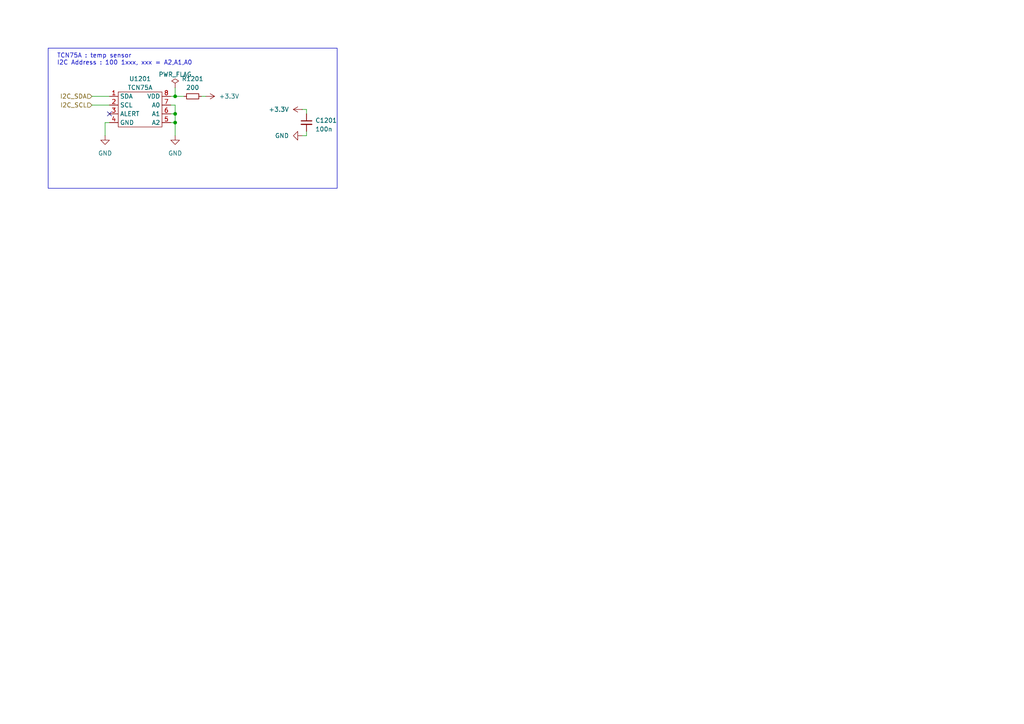
<source format=kicad_sch>
(kicad_sch
	(version 20231120)
	(generator "eeschema")
	(generator_version "8.0")
	(uuid "8b6b038e-cab0-4451-8753-547437f18f5b")
	(paper "A4")
	(title_block
		(title "AAP Inverter")
		(date "2023-05-01")
		(company "ENSEA")
	)
	(lib_symbols
		(symbol "Custom:TCN75A"
			(exclude_from_sim no)
			(in_bom yes)
			(on_board yes)
			(property "Reference" "U"
				(at 5.08 -8.89 0)
				(effects
					(font
						(size 1.27 1.27)
					)
				)
			)
			(property "Value" "TCN75A"
				(at 0 3.81 0)
				(effects
					(font
						(size 1.27 1.27)
					)
				)
			)
			(property "Footprint" "Package_SO:SOIC-8_3.9x4.9mm_P1.27mm"
				(at -1.27 -16.51 0)
				(effects
					(font
						(size 1.27 1.27)
					)
					(hide yes)
				)
			)
			(property "Datasheet" "https://docs.rs-online.com/fc92/0900766b80d0dfb5.pdf"
				(at 0 -19.05 0)
				(effects
					(font
						(size 1.27 1.27)
					)
					(hide yes)
				)
			)
			(property "Description" ""
				(at 0 0 0)
				(effects
					(font
						(size 1.27 1.27)
					)
					(hide yes)
				)
			)
			(symbol "TCN75A_0_1"
				(rectangle
					(start -6.35 2.54)
					(end 6.35 -7.62)
					(stroke
						(width 0)
						(type default)
					)
					(fill
						(type none)
					)
				)
			)
			(symbol "TCN75A_1_1"
				(pin bidirectional line
					(at -8.89 1.27 0)
					(length 2.54)
					(name "SDA"
						(effects
							(font
								(size 1.27 1.27)
							)
						)
					)
					(number "1"
						(effects
							(font
								(size 1.27 1.27)
							)
						)
					)
				)
				(pin bidirectional line
					(at -8.89 -1.27 0)
					(length 2.54)
					(name "SCL"
						(effects
							(font
								(size 1.27 1.27)
							)
						)
					)
					(number "2"
						(effects
							(font
								(size 1.27 1.27)
							)
						)
					)
				)
				(pin output line
					(at -8.89 -3.81 0)
					(length 2.54)
					(name "ALERT"
						(effects
							(font
								(size 1.27 1.27)
							)
						)
					)
					(number "3"
						(effects
							(font
								(size 1.27 1.27)
							)
						)
					)
				)
				(pin power_in line
					(at -8.89 -6.35 0)
					(length 2.54)
					(name "GND"
						(effects
							(font
								(size 1.27 1.27)
							)
						)
					)
					(number "4"
						(effects
							(font
								(size 1.27 1.27)
							)
						)
					)
				)
				(pin input line
					(at 8.89 -6.35 180)
					(length 2.54)
					(name "A2"
						(effects
							(font
								(size 1.27 1.27)
							)
						)
					)
					(number "5"
						(effects
							(font
								(size 1.27 1.27)
							)
						)
					)
				)
				(pin input line
					(at 8.89 -3.81 180)
					(length 2.54)
					(name "A1"
						(effects
							(font
								(size 1.27 1.27)
							)
						)
					)
					(number "6"
						(effects
							(font
								(size 1.27 1.27)
							)
						)
					)
				)
				(pin input line
					(at 8.89 -1.27 180)
					(length 2.54)
					(name "A0"
						(effects
							(font
								(size 1.27 1.27)
							)
						)
					)
					(number "7"
						(effects
							(font
								(size 1.27 1.27)
							)
						)
					)
				)
				(pin power_in line
					(at 8.89 1.27 180)
					(length 2.54)
					(name "VDD"
						(effects
							(font
								(size 1.27 1.27)
							)
						)
					)
					(number "8"
						(effects
							(font
								(size 1.27 1.27)
							)
						)
					)
				)
			)
		)
		(symbol "Device:C_Small"
			(pin_numbers hide)
			(pin_names
				(offset 0.254) hide)
			(exclude_from_sim no)
			(in_bom yes)
			(on_board yes)
			(property "Reference" "C"
				(at 0.254 1.778 0)
				(effects
					(font
						(size 1.27 1.27)
					)
					(justify left)
				)
			)
			(property "Value" "C_Small"
				(at 0.254 -2.032 0)
				(effects
					(font
						(size 1.27 1.27)
					)
					(justify left)
				)
			)
			(property "Footprint" ""
				(at 0 0 0)
				(effects
					(font
						(size 1.27 1.27)
					)
					(hide yes)
				)
			)
			(property "Datasheet" "~"
				(at 0 0 0)
				(effects
					(font
						(size 1.27 1.27)
					)
					(hide yes)
				)
			)
			(property "Description" "Unpolarized capacitor, small symbol"
				(at 0 0 0)
				(effects
					(font
						(size 1.27 1.27)
					)
					(hide yes)
				)
			)
			(property "ki_keywords" "capacitor cap"
				(at 0 0 0)
				(effects
					(font
						(size 1.27 1.27)
					)
					(hide yes)
				)
			)
			(property "ki_fp_filters" "C_*"
				(at 0 0 0)
				(effects
					(font
						(size 1.27 1.27)
					)
					(hide yes)
				)
			)
			(symbol "C_Small_0_1"
				(polyline
					(pts
						(xy -1.524 -0.508) (xy 1.524 -0.508)
					)
					(stroke
						(width 0.3302)
						(type default)
					)
					(fill
						(type none)
					)
				)
				(polyline
					(pts
						(xy -1.524 0.508) (xy 1.524 0.508)
					)
					(stroke
						(width 0.3048)
						(type default)
					)
					(fill
						(type none)
					)
				)
			)
			(symbol "C_Small_1_1"
				(pin passive line
					(at 0 2.54 270)
					(length 2.032)
					(name "~"
						(effects
							(font
								(size 1.27 1.27)
							)
						)
					)
					(number "1"
						(effects
							(font
								(size 1.27 1.27)
							)
						)
					)
				)
				(pin passive line
					(at 0 -2.54 90)
					(length 2.032)
					(name "~"
						(effects
							(font
								(size 1.27 1.27)
							)
						)
					)
					(number "2"
						(effects
							(font
								(size 1.27 1.27)
							)
						)
					)
				)
			)
		)
		(symbol "Device:R_Small"
			(pin_numbers hide)
			(pin_names
				(offset 0.254) hide)
			(exclude_from_sim no)
			(in_bom yes)
			(on_board yes)
			(property "Reference" "R"
				(at 0.762 0.508 0)
				(effects
					(font
						(size 1.27 1.27)
					)
					(justify left)
				)
			)
			(property "Value" "R_Small"
				(at 0.762 -1.016 0)
				(effects
					(font
						(size 1.27 1.27)
					)
					(justify left)
				)
			)
			(property "Footprint" ""
				(at 0 0 0)
				(effects
					(font
						(size 1.27 1.27)
					)
					(hide yes)
				)
			)
			(property "Datasheet" "~"
				(at 0 0 0)
				(effects
					(font
						(size 1.27 1.27)
					)
					(hide yes)
				)
			)
			(property "Description" "Resistor, small symbol"
				(at 0 0 0)
				(effects
					(font
						(size 1.27 1.27)
					)
					(hide yes)
				)
			)
			(property "ki_keywords" "R resistor"
				(at 0 0 0)
				(effects
					(font
						(size 1.27 1.27)
					)
					(hide yes)
				)
			)
			(property "ki_fp_filters" "R_*"
				(at 0 0 0)
				(effects
					(font
						(size 1.27 1.27)
					)
					(hide yes)
				)
			)
			(symbol "R_Small_0_1"
				(rectangle
					(start -0.762 1.778)
					(end 0.762 -1.778)
					(stroke
						(width 0.2032)
						(type default)
					)
					(fill
						(type none)
					)
				)
			)
			(symbol "R_Small_1_1"
				(pin passive line
					(at 0 2.54 270)
					(length 0.762)
					(name "~"
						(effects
							(font
								(size 1.27 1.27)
							)
						)
					)
					(number "1"
						(effects
							(font
								(size 1.27 1.27)
							)
						)
					)
				)
				(pin passive line
					(at 0 -2.54 90)
					(length 0.762)
					(name "~"
						(effects
							(font
								(size 1.27 1.27)
							)
						)
					)
					(number "2"
						(effects
							(font
								(size 1.27 1.27)
							)
						)
					)
				)
			)
		)
		(symbol "power:+3.3V"
			(power)
			(pin_numbers hide)
			(pin_names
				(offset 0) hide)
			(exclude_from_sim no)
			(in_bom yes)
			(on_board yes)
			(property "Reference" "#PWR"
				(at 0 -3.81 0)
				(effects
					(font
						(size 1.27 1.27)
					)
					(hide yes)
				)
			)
			(property "Value" "+3.3V"
				(at 0 3.556 0)
				(effects
					(font
						(size 1.27 1.27)
					)
				)
			)
			(property "Footprint" ""
				(at 0 0 0)
				(effects
					(font
						(size 1.27 1.27)
					)
					(hide yes)
				)
			)
			(property "Datasheet" ""
				(at 0 0 0)
				(effects
					(font
						(size 1.27 1.27)
					)
					(hide yes)
				)
			)
			(property "Description" "Power symbol creates a global label with name \"+3.3V\""
				(at 0 0 0)
				(effects
					(font
						(size 1.27 1.27)
					)
					(hide yes)
				)
			)
			(property "ki_keywords" "global power"
				(at 0 0 0)
				(effects
					(font
						(size 1.27 1.27)
					)
					(hide yes)
				)
			)
			(symbol "+3.3V_0_1"
				(polyline
					(pts
						(xy -0.762 1.27) (xy 0 2.54)
					)
					(stroke
						(width 0)
						(type default)
					)
					(fill
						(type none)
					)
				)
				(polyline
					(pts
						(xy 0 0) (xy 0 2.54)
					)
					(stroke
						(width 0)
						(type default)
					)
					(fill
						(type none)
					)
				)
				(polyline
					(pts
						(xy 0 2.54) (xy 0.762 1.27)
					)
					(stroke
						(width 0)
						(type default)
					)
					(fill
						(type none)
					)
				)
			)
			(symbol "+3.3V_1_1"
				(pin power_in line
					(at 0 0 90)
					(length 0)
					(name "~"
						(effects
							(font
								(size 1.27 1.27)
							)
						)
					)
					(number "1"
						(effects
							(font
								(size 1.27 1.27)
							)
						)
					)
				)
			)
		)
		(symbol "power:GND"
			(power)
			(pin_numbers hide)
			(pin_names
				(offset 0) hide)
			(exclude_from_sim no)
			(in_bom yes)
			(on_board yes)
			(property "Reference" "#PWR"
				(at 0 -6.35 0)
				(effects
					(font
						(size 1.27 1.27)
					)
					(hide yes)
				)
			)
			(property "Value" "GND"
				(at 0 -3.81 0)
				(effects
					(font
						(size 1.27 1.27)
					)
				)
			)
			(property "Footprint" ""
				(at 0 0 0)
				(effects
					(font
						(size 1.27 1.27)
					)
					(hide yes)
				)
			)
			(property "Datasheet" ""
				(at 0 0 0)
				(effects
					(font
						(size 1.27 1.27)
					)
					(hide yes)
				)
			)
			(property "Description" "Power symbol creates a global label with name \"GND\" , ground"
				(at 0 0 0)
				(effects
					(font
						(size 1.27 1.27)
					)
					(hide yes)
				)
			)
			(property "ki_keywords" "global power"
				(at 0 0 0)
				(effects
					(font
						(size 1.27 1.27)
					)
					(hide yes)
				)
			)
			(symbol "GND_0_1"
				(polyline
					(pts
						(xy 0 0) (xy 0 -1.27) (xy 1.27 -1.27) (xy 0 -2.54) (xy -1.27 -1.27) (xy 0 -1.27)
					)
					(stroke
						(width 0)
						(type default)
					)
					(fill
						(type none)
					)
				)
			)
			(symbol "GND_1_1"
				(pin power_in line
					(at 0 0 270)
					(length 0)
					(name "~"
						(effects
							(font
								(size 1.27 1.27)
							)
						)
					)
					(number "1"
						(effects
							(font
								(size 1.27 1.27)
							)
						)
					)
				)
			)
		)
		(symbol "power:PWR_FLAG"
			(power)
			(pin_numbers hide)
			(pin_names
				(offset 0) hide)
			(exclude_from_sim no)
			(in_bom yes)
			(on_board yes)
			(property "Reference" "#FLG"
				(at 0 1.905 0)
				(effects
					(font
						(size 1.27 1.27)
					)
					(hide yes)
				)
			)
			(property "Value" "PWR_FLAG"
				(at 0 3.81 0)
				(effects
					(font
						(size 1.27 1.27)
					)
				)
			)
			(property "Footprint" ""
				(at 0 0 0)
				(effects
					(font
						(size 1.27 1.27)
					)
					(hide yes)
				)
			)
			(property "Datasheet" "~"
				(at 0 0 0)
				(effects
					(font
						(size 1.27 1.27)
					)
					(hide yes)
				)
			)
			(property "Description" "Special symbol for telling ERC where power comes from"
				(at 0 0 0)
				(effects
					(font
						(size 1.27 1.27)
					)
					(hide yes)
				)
			)
			(property "ki_keywords" "flag power"
				(at 0 0 0)
				(effects
					(font
						(size 1.27 1.27)
					)
					(hide yes)
				)
			)
			(symbol "PWR_FLAG_0_0"
				(pin power_out line
					(at 0 0 90)
					(length 0)
					(name "pwr"
						(effects
							(font
								(size 1.27 1.27)
							)
						)
					)
					(number "1"
						(effects
							(font
								(size 1.27 1.27)
							)
						)
					)
				)
			)
			(symbol "PWR_FLAG_0_1"
				(polyline
					(pts
						(xy 0 0) (xy 0 1.27) (xy -1.016 1.905) (xy 0 2.54) (xy 1.016 1.905) (xy 0 1.27)
					)
					(stroke
						(width 0)
						(type default)
					)
					(fill
						(type none)
					)
				)
			)
		)
	)
	(junction
		(at 50.8 35.56)
		(diameter 0)
		(color 0 0 0 0)
		(uuid "8e45485f-79e3-4f11-b0d2-c5ec8e63c312")
	)
	(junction
		(at 50.8 27.94)
		(diameter 0)
		(color 0 0 0 0)
		(uuid "92dbee84-be53-484e-b4af-78e8d7984ca2")
	)
	(junction
		(at 50.8 33.02)
		(diameter 0)
		(color 0 0 0 0)
		(uuid "d6c55577-1316-4cc4-b427-67a952a1c755")
	)
	(no_connect
		(at 31.75 33.02)
		(uuid "10493395-abdd-4ff2-a363-a7e31bcc1881")
	)
	(wire
		(pts
			(xy 88.9 39.37) (xy 88.9 38.1)
		)
		(stroke
			(width 0)
			(type default)
		)
		(uuid "2938453f-d988-4199-8697-2dde0ec65c99")
	)
	(wire
		(pts
			(xy 88.9 33.02) (xy 88.9 31.75)
		)
		(stroke
			(width 0)
			(type default)
		)
		(uuid "2dea4728-713d-4dc1-ba1b-149cb4db1f17")
	)
	(wire
		(pts
			(xy 49.53 27.94) (xy 50.8 27.94)
		)
		(stroke
			(width 0)
			(type default)
		)
		(uuid "3b6949d9-e38e-438a-bcfe-d38d4ace6df9")
	)
	(wire
		(pts
			(xy 30.48 35.56) (xy 30.48 39.37)
		)
		(stroke
			(width 0)
			(type default)
		)
		(uuid "43f9194f-69d4-4dfd-ba60-48d42836765f")
	)
	(wire
		(pts
			(xy 31.75 35.56) (xy 30.48 35.56)
		)
		(stroke
			(width 0)
			(type default)
		)
		(uuid "50a8486b-6e35-4813-9bf8-52742bc76dae")
	)
	(wire
		(pts
			(xy 50.8 27.94) (xy 53.34 27.94)
		)
		(stroke
			(width 0)
			(type default)
		)
		(uuid "5bcf6dbe-278a-472a-8740-51824171607f")
	)
	(wire
		(pts
			(xy 50.8 35.56) (xy 50.8 39.37)
		)
		(stroke
			(width 0)
			(type default)
		)
		(uuid "7d647530-9f1d-4b35-9ff6-3c34568d6ff1")
	)
	(wire
		(pts
			(xy 26.67 30.48) (xy 31.75 30.48)
		)
		(stroke
			(width 0)
			(type default)
		)
		(uuid "813c2c02-e18b-4e22-a6ba-fecff4ad3323")
	)
	(wire
		(pts
			(xy 88.9 31.75) (xy 87.63 31.75)
		)
		(stroke
			(width 0)
			(type default)
		)
		(uuid "9826353d-f52e-4ef2-b5cc-dd68e651d762")
	)
	(wire
		(pts
			(xy 50.8 30.48) (xy 50.8 33.02)
		)
		(stroke
			(width 0)
			(type default)
		)
		(uuid "9f3a801b-8912-4ba2-b14a-98cef7394da5")
	)
	(wire
		(pts
			(xy 49.53 30.48) (xy 50.8 30.48)
		)
		(stroke
			(width 0)
			(type default)
		)
		(uuid "a832d9be-ddd2-42a3-a59d-d95b32a8c8fd")
	)
	(wire
		(pts
			(xy 50.8 25.4) (xy 50.8 27.94)
		)
		(stroke
			(width 0)
			(type default)
		)
		(uuid "b6bba1b9-e3cf-44d7-8c33-d068b308f613")
	)
	(wire
		(pts
			(xy 87.63 39.37) (xy 88.9 39.37)
		)
		(stroke
			(width 0)
			(type default)
		)
		(uuid "c2c0f17f-bcff-4333-862f-cc85f4b64529")
	)
	(wire
		(pts
			(xy 26.67 27.94) (xy 31.75 27.94)
		)
		(stroke
			(width 0)
			(type default)
		)
		(uuid "e4103a49-7d6a-4014-866e-fadaf899ad5f")
	)
	(wire
		(pts
			(xy 58.42 27.94) (xy 59.69 27.94)
		)
		(stroke
			(width 0)
			(type default)
		)
		(uuid "e453a345-2c51-4674-be06-33e990db3453")
	)
	(wire
		(pts
			(xy 50.8 33.02) (xy 50.8 35.56)
		)
		(stroke
			(width 0)
			(type default)
		)
		(uuid "f2ca5d37-a73a-4450-bb70-35125d595b3f")
	)
	(wire
		(pts
			(xy 49.53 35.56) (xy 50.8 35.56)
		)
		(stroke
			(width 0)
			(type default)
		)
		(uuid "fd216eec-9ec3-4cb0-8c42-29f027860f4b")
	)
	(wire
		(pts
			(xy 49.53 33.02) (xy 50.8 33.02)
		)
		(stroke
			(width 0)
			(type default)
		)
		(uuid "ff69a42e-8e36-4afb-bc67-b38574dcd8bb")
	)
	(rectangle
		(start 13.97 13.97)
		(end 97.79 54.61)
		(stroke
			(width 0)
			(type default)
		)
		(fill
			(type none)
		)
		(uuid f6e58eb9-a63d-49e3-8438-8d420e6129b3)
	)
	(text "TCN75A : temp sensor\nI2C Address : 100 1xxx, xxx = A2,A1,A0"
		(exclude_from_sim no)
		(at 16.51 19.05 0)
		(effects
			(font
				(size 1.27 1.27)
			)
			(justify left bottom)
		)
		(uuid "bdefa93b-b251-448a-9a2f-30327d62c273")
	)
	(hierarchical_label "I2C_SDA"
		(shape input)
		(at 26.67 27.94 180)
		(fields_autoplaced yes)
		(effects
			(font
				(size 1.27 1.27)
			)
			(justify right)
		)
		(uuid "6c463531-fff6-4b3a-96c8-066a075bfa24")
	)
	(hierarchical_label "I2C_SCL"
		(shape input)
		(at 26.67 30.48 180)
		(fields_autoplaced yes)
		(effects
			(font
				(size 1.27 1.27)
			)
			(justify right)
		)
		(uuid "84808267-61b0-413e-9ef5-4a92f63682de")
	)
	(symbol
		(lib_id "power:GND")
		(at 87.63 39.37 270)
		(unit 1)
		(exclude_from_sim no)
		(in_bom yes)
		(on_board yes)
		(dnp no)
		(fields_autoplaced yes)
		(uuid "1ee7580d-8205-4d43-878f-5fa203554ea3")
		(property "Reference" "#PWR041"
			(at 81.28 39.37 0)
			(effects
				(font
					(size 1.27 1.27)
				)
				(hide yes)
			)
		)
		(property "Value" "GND"
			(at 83.82 39.3699 90)
			(effects
				(font
					(size 1.27 1.27)
				)
				(justify right)
			)
		)
		(property "Footprint" ""
			(at 87.63 39.37 0)
			(effects
				(font
					(size 1.27 1.27)
				)
				(hide yes)
			)
		)
		(property "Datasheet" ""
			(at 87.63 39.37 0)
			(effects
				(font
					(size 1.27 1.27)
				)
				(hide yes)
			)
		)
		(property "Description" "Power symbol creates a global label with name \"GND\" , ground"
			(at 87.63 39.37 0)
			(effects
				(font
					(size 1.27 1.27)
				)
				(hide yes)
			)
		)
		(pin "1"
			(uuid "b936072a-343e-40a3-8651-63a840e97886")
		)
		(instances
			(project "Inverter_KiCAD"
				(path "/5e6c1e3f-0815-454a-8acb-8e3e2d064875/a4ba4eec-6121-4bfb-a54c-f6a373ea9f8b"
					(reference "#PWR041")
					(unit 1)
				)
			)
		)
	)
	(symbol
		(lib_id "Device:C_Small")
		(at 88.9 35.56 0)
		(unit 1)
		(exclude_from_sim no)
		(in_bom yes)
		(on_board yes)
		(dnp no)
		(fields_autoplaced yes)
		(uuid "33299b16-fee2-4bfd-b3f6-1514bef26c04")
		(property "Reference" "C1201"
			(at 91.44 34.9313 0)
			(effects
				(font
					(size 1.27 1.27)
				)
				(justify left)
			)
		)
		(property "Value" "100n"
			(at 91.44 37.4713 0)
			(effects
				(font
					(size 1.27 1.27)
				)
				(justify left)
			)
		)
		(property "Footprint" "Capacitor_SMD:C_0402_1005Metric"
			(at 88.9 35.56 0)
			(effects
				(font
					(size 1.27 1.27)
				)
				(hide yes)
			)
		)
		(property "Datasheet" "~"
			(at 88.9 35.56 0)
			(effects
				(font
					(size 1.27 1.27)
				)
				(hide yes)
			)
		)
		(property "Description" ""
			(at 88.9 35.56 0)
			(effects
				(font
					(size 1.27 1.27)
				)
				(hide yes)
			)
		)
		(property "Fournisseur" "Wurth"
			(at 88.9 35.56 0)
			(effects
				(font
					(size 1.27 1.27)
				)
				(hide yes)
			)
		)
		(property "MFR" "885 012 105 018"
			(at 88.9 35.56 0)
			(effects
				(font
					(size 1.27 1.27)
				)
				(hide yes)
			)
		)
		(pin "1"
			(uuid "b7e707e1-c072-4ccf-97de-2f0ee53e1e2a")
		)
		(pin "2"
			(uuid "a1864323-764f-4f36-a2f4-689c6ebcf00c")
		)
		(instances
			(project "Inverter_KiCAD"
				(path "/5e6c1e3f-0815-454a-8acb-8e3e2d064875/a4ba4eec-6121-4bfb-a54c-f6a373ea9f8b"
					(reference "C1201")
					(unit 1)
				)
			)
		)
	)
	(symbol
		(lib_id "power:GND")
		(at 50.8 39.37 0)
		(unit 1)
		(exclude_from_sim no)
		(in_bom yes)
		(on_board yes)
		(dnp no)
		(fields_autoplaced yes)
		(uuid "3b89e898-0ea9-4923-bab1-e8780cb6ba6d")
		(property "Reference" "#PWR038"
			(at 50.8 45.72 0)
			(effects
				(font
					(size 1.27 1.27)
				)
				(hide yes)
			)
		)
		(property "Value" "GND"
			(at 50.8 44.45 0)
			(effects
				(font
					(size 1.27 1.27)
				)
			)
		)
		(property "Footprint" ""
			(at 50.8 39.37 0)
			(effects
				(font
					(size 1.27 1.27)
				)
				(hide yes)
			)
		)
		(property "Datasheet" ""
			(at 50.8 39.37 0)
			(effects
				(font
					(size 1.27 1.27)
				)
				(hide yes)
			)
		)
		(property "Description" "Power symbol creates a global label with name \"GND\" , ground"
			(at 50.8 39.37 0)
			(effects
				(font
					(size 1.27 1.27)
				)
				(hide yes)
			)
		)
		(pin "1"
			(uuid "a04a50ea-d4c0-4e63-aa5a-6599d0a752b7")
		)
		(instances
			(project "Inverter_KiCAD"
				(path "/5e6c1e3f-0815-454a-8acb-8e3e2d064875/a4ba4eec-6121-4bfb-a54c-f6a373ea9f8b"
					(reference "#PWR038")
					(unit 1)
				)
			)
		)
	)
	(symbol
		(lib_id "power:PWR_FLAG")
		(at 50.8 25.4 0)
		(unit 1)
		(exclude_from_sim no)
		(in_bom yes)
		(on_board yes)
		(dnp no)
		(fields_autoplaced yes)
		(uuid "7802e096-c256-450e-924a-d1e0c396aa1d")
		(property "Reference" "#FLG01201"
			(at 50.8 23.495 0)
			(effects
				(font
					(size 1.27 1.27)
				)
				(hide yes)
			)
		)
		(property "Value" "PWR_FLAG"
			(at 50.8 21.59 0)
			(effects
				(font
					(size 1.27 1.27)
				)
			)
		)
		(property "Footprint" ""
			(at 50.8 25.4 0)
			(effects
				(font
					(size 1.27 1.27)
				)
				(hide yes)
			)
		)
		(property "Datasheet" "~"
			(at 50.8 25.4 0)
			(effects
				(font
					(size 1.27 1.27)
				)
				(hide yes)
			)
		)
		(property "Description" ""
			(at 50.8 25.4 0)
			(effects
				(font
					(size 1.27 1.27)
				)
				(hide yes)
			)
		)
		(pin "1"
			(uuid "1350621d-b512-494e-b246-bfeca45b26c3")
		)
		(instances
			(project "Inverter_KiCAD"
				(path "/5e6c1e3f-0815-454a-8acb-8e3e2d064875/a4ba4eec-6121-4bfb-a54c-f6a373ea9f8b"
					(reference "#FLG01201")
					(unit 1)
				)
			)
		)
	)
	(symbol
		(lib_id "Custom:TCN75A")
		(at 40.64 29.21 0)
		(unit 1)
		(exclude_from_sim no)
		(in_bom yes)
		(on_board yes)
		(dnp no)
		(fields_autoplaced yes)
		(uuid "85f0cea1-f907-412a-ad1d-b86620b2c9a0")
		(property "Reference" "U1201"
			(at 40.64 22.86 0)
			(effects
				(font
					(size 1.27 1.27)
				)
			)
		)
		(property "Value" "TCN75A"
			(at 40.64 25.4 0)
			(effects
				(font
					(size 1.27 1.27)
				)
			)
		)
		(property "Footprint" "Package_SO:SOIC-8_3.9x4.9mm_P1.27mm"
			(at 39.37 45.72 0)
			(effects
				(font
					(size 1.27 1.27)
				)
				(hide yes)
			)
		)
		(property "Datasheet" "https://docs.rs-online.com/fc92/0900766b80d0dfb5.pdf"
			(at 40.64 48.26 0)
			(effects
				(font
					(size 1.27 1.27)
				)
				(hide yes)
			)
		)
		(property "Description" ""
			(at 40.64 29.21 0)
			(effects
				(font
					(size 1.27 1.27)
				)
				(hide yes)
			)
		)
		(property "Fournisseur" "RS"
			(at 40.64 29.21 0)
			(effects
				(font
					(size 1.27 1.27)
				)
				(hide yes)
			)
		)
		(property "MFR" "TCN75AVOA"
			(at 40.64 29.21 0)
			(effects
				(font
					(size 1.27 1.27)
				)
				(hide yes)
			)
		)
		(property "Ref" "738-6014"
			(at 40.64 29.21 0)
			(effects
				(font
					(size 1.27 1.27)
				)
				(hide yes)
			)
		)
		(pin "1"
			(uuid "8b551336-67fc-4cd8-a218-48dd3d801578")
		)
		(pin "2"
			(uuid "69148f5b-a8b3-4aee-ab5d-df3a1163c06c")
		)
		(pin "3"
			(uuid "3ddb7a20-c6e1-4c68-b059-ca5a87dfde85")
		)
		(pin "4"
			(uuid "4e37dd70-f5aa-4623-9b64-a6e1778c1a6d")
		)
		(pin "5"
			(uuid "859ca163-093b-4bd0-850a-40fe733cadd8")
		)
		(pin "6"
			(uuid "461c60fd-06dc-4efa-8506-ba03fff95bd0")
		)
		(pin "7"
			(uuid "54a255b8-24bd-40f5-9a24-face7e46ff7f")
		)
		(pin "8"
			(uuid "1b9f2410-39f8-46b9-b54f-64e8b7375554")
		)
		(instances
			(project "Inverter_KiCAD"
				(path "/5e6c1e3f-0815-454a-8acb-8e3e2d064875/a4ba4eec-6121-4bfb-a54c-f6a373ea9f8b"
					(reference "U1201")
					(unit 1)
				)
			)
		)
	)
	(symbol
		(lib_id "Device:R_Small")
		(at 55.88 27.94 90)
		(unit 1)
		(exclude_from_sim no)
		(in_bom yes)
		(on_board yes)
		(dnp no)
		(fields_autoplaced yes)
		(uuid "b15cf417-c1fc-44c1-9b45-40c00007838b")
		(property "Reference" "R1201"
			(at 55.88 22.86 90)
			(effects
				(font
					(size 1.27 1.27)
				)
			)
		)
		(property "Value" "200"
			(at 55.88 25.4 90)
			(effects
				(font
					(size 1.27 1.27)
				)
			)
		)
		(property "Footprint" "Resistor_SMD:R_0402_1005Metric"
			(at 55.88 27.94 0)
			(effects
				(font
					(size 1.27 1.27)
				)
				(hide yes)
			)
		)
		(property "Datasheet" "~"
			(at 55.88 27.94 0)
			(effects
				(font
					(size 1.27 1.27)
				)
				(hide yes)
			)
		)
		(property "Description" ""
			(at 55.88 27.94 0)
			(effects
				(font
					(size 1.27 1.27)
				)
				(hide yes)
			)
		)
		(property "Fournisseur" "Stock"
			(at 55.88 27.94 0)
			(effects
				(font
					(size 1.27 1.27)
				)
				(hide yes)
			)
		)
		(pin "1"
			(uuid "2ca1b2ed-9d7e-4c1b-95b4-39d9e5e93009")
		)
		(pin "2"
			(uuid "4b5a39a2-fdbc-4cb8-8c3a-8f606d091837")
		)
		(instances
			(project "Inverter_KiCAD"
				(path "/5e6c1e3f-0815-454a-8acb-8e3e2d064875/a4ba4eec-6121-4bfb-a54c-f6a373ea9f8b"
					(reference "R1201")
					(unit 1)
				)
			)
		)
	)
	(symbol
		(lib_id "power:+3.3V")
		(at 87.63 31.75 90)
		(unit 1)
		(exclude_from_sim no)
		(in_bom yes)
		(on_board yes)
		(dnp no)
		(fields_autoplaced yes)
		(uuid "cbc235c9-342b-4d5d-8794-246639252c41")
		(property "Reference" "#PWR040"
			(at 91.44 31.75 0)
			(effects
				(font
					(size 1.27 1.27)
				)
				(hide yes)
			)
		)
		(property "Value" "+3.3V"
			(at 83.82 31.7499 90)
			(effects
				(font
					(size 1.27 1.27)
				)
				(justify left)
			)
		)
		(property "Footprint" ""
			(at 87.63 31.75 0)
			(effects
				(font
					(size 1.27 1.27)
				)
				(hide yes)
			)
		)
		(property "Datasheet" ""
			(at 87.63 31.75 0)
			(effects
				(font
					(size 1.27 1.27)
				)
				(hide yes)
			)
		)
		(property "Description" "Power symbol creates a global label with name \"+3.3V\""
			(at 87.63 31.75 0)
			(effects
				(font
					(size 1.27 1.27)
				)
				(hide yes)
			)
		)
		(pin "1"
			(uuid "dc6c1786-07b6-45f3-9e9f-c61ba4ccae83")
		)
		(instances
			(project "Inverter_KiCAD"
				(path "/5e6c1e3f-0815-454a-8acb-8e3e2d064875/a4ba4eec-6121-4bfb-a54c-f6a373ea9f8b"
					(reference "#PWR040")
					(unit 1)
				)
			)
		)
	)
	(symbol
		(lib_id "power:+3.3V")
		(at 59.69 27.94 270)
		(unit 1)
		(exclude_from_sim no)
		(in_bom yes)
		(on_board yes)
		(dnp no)
		(fields_autoplaced yes)
		(uuid "fbebb7bd-da16-4580-a659-032b272200ac")
		(property "Reference" "#PWR039"
			(at 55.88 27.94 0)
			(effects
				(font
					(size 1.27 1.27)
				)
				(hide yes)
			)
		)
		(property "Value" "+3.3V"
			(at 63.5 27.9399 90)
			(effects
				(font
					(size 1.27 1.27)
				)
				(justify left)
			)
		)
		(property "Footprint" ""
			(at 59.69 27.94 0)
			(effects
				(font
					(size 1.27 1.27)
				)
				(hide yes)
			)
		)
		(property "Datasheet" ""
			(at 59.69 27.94 0)
			(effects
				(font
					(size 1.27 1.27)
				)
				(hide yes)
			)
		)
		(property "Description" "Power symbol creates a global label with name \"+3.3V\""
			(at 59.69 27.94 0)
			(effects
				(font
					(size 1.27 1.27)
				)
				(hide yes)
			)
		)
		(pin "1"
			(uuid "23f98989-e48f-4f12-8184-9631edc826f3")
		)
		(instances
			(project ""
				(path "/5e6c1e3f-0815-454a-8acb-8e3e2d064875/a4ba4eec-6121-4bfb-a54c-f6a373ea9f8b"
					(reference "#PWR039")
					(unit 1)
				)
			)
		)
	)
	(symbol
		(lib_id "power:GND")
		(at 30.48 39.37 0)
		(unit 1)
		(exclude_from_sim no)
		(in_bom yes)
		(on_board yes)
		(dnp no)
		(fields_autoplaced yes)
		(uuid "fcf69f06-e4a9-46ff-b878-417b13a243db")
		(property "Reference" "#PWR037"
			(at 30.48 45.72 0)
			(effects
				(font
					(size 1.27 1.27)
				)
				(hide yes)
			)
		)
		(property "Value" "GND"
			(at 30.48 44.45 0)
			(effects
				(font
					(size 1.27 1.27)
				)
			)
		)
		(property "Footprint" ""
			(at 30.48 39.37 0)
			(effects
				(font
					(size 1.27 1.27)
				)
				(hide yes)
			)
		)
		(property "Datasheet" ""
			(at 30.48 39.37 0)
			(effects
				(font
					(size 1.27 1.27)
				)
				(hide yes)
			)
		)
		(property "Description" "Power symbol creates a global label with name \"GND\" , ground"
			(at 30.48 39.37 0)
			(effects
				(font
					(size 1.27 1.27)
				)
				(hide yes)
			)
		)
		(pin "1"
			(uuid "75827363-f4e7-4fc2-95f8-e1db46e44ba1")
		)
		(instances
			(project ""
				(path "/5e6c1e3f-0815-454a-8acb-8e3e2d064875/a4ba4eec-6121-4bfb-a54c-f6a373ea9f8b"
					(reference "#PWR037")
					(unit 1)
				)
			)
		)
	)
)

</source>
